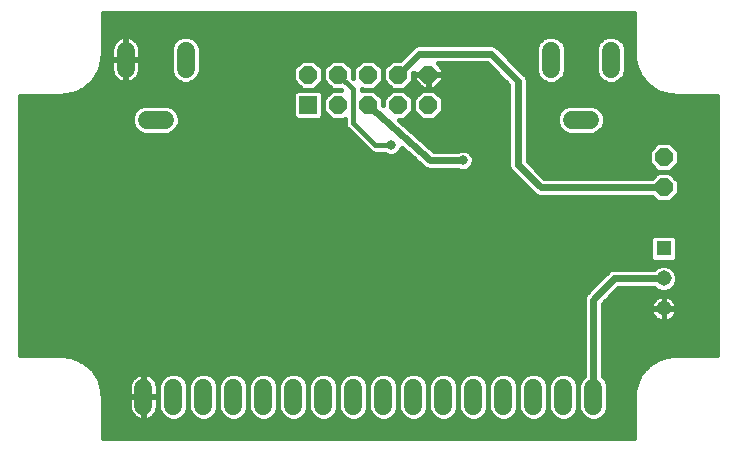
<source format=gbl>
G75*
G70*
%OFA0B0*%
%FSLAX24Y24*%
%IPPOS*%
%LPD*%
%AMOC8*
5,1,8,0,0,1.08239X$1,22.5*
%
%ADD10C,0.0600*%
%ADD11OC8,0.0600*%
%ADD12R,0.0600X0.0600*%
%ADD13R,0.0515X0.0515*%
%ADD14C,0.0515*%
%ADD15C,0.0160*%
%ADD16C,0.0320*%
%ADD17C,0.0240*%
D10*
X008705Y004691D02*
X008705Y005291D01*
X009705Y005291D02*
X009705Y004691D01*
X010705Y004691D02*
X010705Y005291D01*
X011705Y005291D02*
X011705Y004691D01*
X012705Y004691D02*
X012705Y005291D01*
X013705Y005291D02*
X013705Y004691D01*
X014705Y004691D02*
X014705Y005291D01*
X015705Y005291D02*
X015705Y004691D01*
X016705Y004691D02*
X016705Y005291D01*
X017705Y005291D02*
X017705Y004691D01*
X018705Y004691D02*
X018705Y005291D01*
X019705Y005291D02*
X019705Y004691D01*
X020705Y004691D02*
X020705Y005291D01*
X021705Y005291D02*
X021705Y004691D01*
X022705Y004691D02*
X022705Y005291D01*
X023705Y005291D02*
X023705Y004691D01*
X023592Y014228D02*
X022992Y014228D01*
X022292Y015928D02*
X022292Y016528D01*
X024292Y016528D02*
X024292Y015928D01*
X010119Y015928D02*
X010119Y016528D01*
X008119Y016528D02*
X008119Y015928D01*
X008819Y014228D02*
X009419Y014228D01*
D11*
X014205Y015728D03*
X015205Y015728D03*
X016205Y015728D03*
X017205Y015728D03*
X018205Y015728D03*
X018205Y014728D03*
X017205Y014728D03*
X016205Y014728D03*
X015205Y014728D03*
X026048Y012972D03*
X026048Y011972D03*
D12*
X014205Y014728D03*
D13*
X026048Y009929D03*
D14*
X026048Y008929D03*
X026048Y007929D03*
D15*
X007350Y004917D02*
X007350Y003617D01*
X025060Y003617D01*
X025060Y004917D01*
X025055Y004923D01*
X025060Y004999D01*
X025060Y005074D01*
X025066Y005080D01*
X025068Y005107D01*
X025059Y005121D01*
X025074Y005188D01*
X025079Y005256D01*
X025091Y005267D01*
X025099Y005302D01*
X025092Y005316D01*
X025116Y005381D01*
X025130Y005448D01*
X025144Y005456D01*
X025157Y005490D01*
X025152Y005505D01*
X025185Y005565D01*
X025209Y005630D01*
X025224Y005636D01*
X025241Y005667D01*
X025238Y005684D01*
X025279Y005738D01*
X025312Y005799D01*
X025328Y005803D01*
X025349Y005832D01*
X025349Y005848D01*
X025397Y005896D01*
X025439Y005951D01*
X025455Y005953D01*
X024025Y005953D01*
X024025Y005795D02*
X025310Y005795D01*
X025224Y005636D02*
X024068Y005636D01*
X024025Y005679D02*
X024129Y005575D01*
X024205Y005391D01*
X024205Y004592D01*
X024129Y004408D01*
X023989Y004268D01*
X023805Y004191D01*
X023606Y004191D01*
X023422Y004268D01*
X023281Y004408D01*
X023205Y004592D01*
X023205Y005391D01*
X023129Y005575D01*
X022989Y005715D01*
X022805Y005791D01*
X022606Y005791D01*
X022422Y005715D01*
X022281Y005575D01*
X022205Y005391D01*
X022129Y005575D01*
X021989Y005715D01*
X021805Y005791D01*
X021606Y005791D01*
X021422Y005715D01*
X021281Y005575D01*
X021205Y005391D01*
X021129Y005575D01*
X020989Y005715D01*
X020805Y005791D01*
X020606Y005791D01*
X020422Y005715D01*
X020281Y005575D01*
X020205Y005391D01*
X020129Y005575D01*
X019989Y005715D01*
X019805Y005791D01*
X019606Y005791D01*
X019422Y005715D01*
X019281Y005575D01*
X019205Y005391D01*
X019129Y005575D01*
X018989Y005715D01*
X018805Y005791D01*
X018606Y005791D01*
X018422Y005715D01*
X018281Y005575D01*
X018205Y005391D01*
X018129Y005575D01*
X017989Y005715D01*
X017805Y005791D01*
X017606Y005791D01*
X017422Y005715D01*
X017281Y005575D01*
X017205Y005391D01*
X017129Y005575D01*
X016989Y005715D01*
X016805Y005791D01*
X016606Y005791D01*
X016422Y005715D01*
X016281Y005575D01*
X016205Y005391D01*
X016129Y005575D01*
X015989Y005715D01*
X015805Y005791D01*
X015606Y005791D01*
X015422Y005715D01*
X015281Y005575D01*
X015205Y005391D01*
X015129Y005575D01*
X014989Y005715D01*
X014805Y005791D01*
X014606Y005791D01*
X014422Y005715D01*
X014281Y005575D01*
X014205Y005391D01*
X014129Y005575D01*
X013989Y005715D01*
X013805Y005791D01*
X013606Y005791D01*
X013422Y005715D01*
X013281Y005575D01*
X013205Y005391D01*
X013129Y005575D01*
X012989Y005715D01*
X012805Y005791D01*
X012606Y005791D01*
X012422Y005715D01*
X012281Y005575D01*
X012205Y005391D01*
X012129Y005575D01*
X011989Y005715D01*
X011805Y005791D01*
X011606Y005791D01*
X011422Y005715D01*
X011281Y005575D01*
X011205Y005391D01*
X011129Y005575D01*
X010989Y005715D01*
X010805Y005791D01*
X010606Y005791D01*
X010422Y005715D01*
X010281Y005575D01*
X010205Y005391D01*
X010129Y005575D01*
X009989Y005715D01*
X009805Y005791D01*
X009606Y005791D01*
X009422Y005715D01*
X009281Y005575D01*
X009205Y005391D01*
X009205Y004592D01*
X009281Y004408D01*
X009422Y004268D01*
X009606Y004191D01*
X009805Y004191D01*
X009989Y004268D01*
X010129Y004408D01*
X010205Y004592D01*
X010205Y005391D01*
X010205Y004592D01*
X010281Y004408D01*
X010422Y004268D01*
X010606Y004191D01*
X010805Y004191D01*
X010989Y004268D01*
X011129Y004408D01*
X011205Y004592D01*
X011205Y005391D01*
X011205Y004592D01*
X011281Y004408D01*
X011422Y004268D01*
X011606Y004191D01*
X011805Y004191D01*
X011989Y004268D01*
X012129Y004408D01*
X012205Y004592D01*
X012205Y005391D01*
X012205Y004592D01*
X012281Y004408D01*
X012422Y004268D01*
X012606Y004191D01*
X012805Y004191D01*
X012989Y004268D01*
X013129Y004408D01*
X013205Y004592D01*
X013205Y005391D01*
X013205Y004592D01*
X013281Y004408D01*
X013422Y004268D01*
X013606Y004191D01*
X013805Y004191D01*
X013989Y004268D01*
X014129Y004408D01*
X014205Y004592D01*
X014205Y005391D01*
X014205Y004592D01*
X014281Y004408D01*
X014422Y004268D01*
X014606Y004191D01*
X014805Y004191D01*
X014989Y004268D01*
X015129Y004408D01*
X015205Y004592D01*
X015205Y005391D01*
X015205Y004592D01*
X015281Y004408D01*
X015422Y004268D01*
X015606Y004191D01*
X015805Y004191D01*
X015989Y004268D01*
X016129Y004408D01*
X016205Y004592D01*
X016205Y005391D01*
X016205Y004592D01*
X016281Y004408D01*
X016422Y004268D01*
X016606Y004191D01*
X016805Y004191D01*
X016989Y004268D01*
X017129Y004408D01*
X017205Y004592D01*
X017205Y005391D01*
X017205Y004592D01*
X017281Y004408D01*
X017422Y004268D01*
X017606Y004191D01*
X017805Y004191D01*
X017989Y004268D01*
X018129Y004408D01*
X018205Y004592D01*
X018205Y005391D01*
X018205Y004592D01*
X018281Y004408D01*
X018422Y004268D01*
X018606Y004191D01*
X018805Y004191D01*
X018989Y004268D01*
X019129Y004408D01*
X019205Y004592D01*
X019205Y005391D01*
X019205Y004592D01*
X019281Y004408D01*
X019422Y004268D01*
X019606Y004191D01*
X019805Y004191D01*
X019989Y004268D01*
X020129Y004408D01*
X020205Y004592D01*
X020205Y005391D01*
X020205Y004592D01*
X020281Y004408D01*
X020422Y004268D01*
X020606Y004191D01*
X020805Y004191D01*
X020989Y004268D01*
X021129Y004408D01*
X021205Y004592D01*
X021205Y005391D01*
X021205Y004592D01*
X021281Y004408D01*
X021422Y004268D01*
X021606Y004191D01*
X021805Y004191D01*
X021989Y004268D01*
X022129Y004408D01*
X022205Y004592D01*
X022205Y005391D01*
X022205Y004592D01*
X022281Y004408D01*
X022422Y004268D01*
X022606Y004191D01*
X022805Y004191D01*
X022989Y004268D01*
X023129Y004408D01*
X023205Y004592D01*
X023205Y005391D01*
X023281Y005575D01*
X023385Y005679D01*
X023385Y008164D01*
X023385Y008291D01*
X023434Y008409D01*
X024135Y009110D01*
X024225Y009200D01*
X024342Y009248D01*
X025721Y009248D01*
X025789Y009316D01*
X025957Y009386D01*
X026139Y009386D01*
X026307Y009316D01*
X026436Y009188D01*
X026505Y009019D01*
X026505Y008837D01*
X026436Y008669D01*
X026307Y008541D01*
X026139Y008471D01*
X025957Y008471D01*
X025789Y008541D01*
X025721Y008609D01*
X024539Y008609D01*
X024025Y008095D01*
X024025Y005679D01*
X024169Y005478D02*
X025152Y005478D01*
X025093Y005319D02*
X024205Y005319D01*
X024205Y005161D02*
X025068Y005161D01*
X025060Y005002D02*
X024205Y005002D01*
X024205Y004844D02*
X025060Y004844D01*
X025060Y004685D02*
X024205Y004685D01*
X024178Y004526D02*
X025060Y004526D01*
X025060Y004368D02*
X024089Y004368D01*
X023848Y004209D02*
X025060Y004209D01*
X025060Y004051D02*
X007350Y004051D01*
X007350Y004209D02*
X009563Y004209D01*
X009848Y004209D02*
X010563Y004209D01*
X010848Y004209D02*
X011563Y004209D01*
X011848Y004209D02*
X012563Y004209D01*
X012848Y004209D02*
X013563Y004209D01*
X013848Y004209D02*
X014563Y004209D01*
X014848Y004209D02*
X015563Y004209D01*
X015848Y004209D02*
X016563Y004209D01*
X016848Y004209D02*
X017563Y004209D01*
X017848Y004209D02*
X018563Y004209D01*
X018848Y004209D02*
X019563Y004209D01*
X019848Y004209D02*
X020563Y004209D01*
X020848Y004209D02*
X021563Y004209D01*
X021848Y004209D02*
X022563Y004209D01*
X022848Y004209D02*
X023563Y004209D01*
X023322Y004368D02*
X023089Y004368D01*
X023178Y004526D02*
X023232Y004526D01*
X023205Y004685D02*
X023205Y004685D01*
X023205Y004844D02*
X023205Y004844D01*
X023205Y005002D02*
X023205Y005002D01*
X023205Y005161D02*
X023205Y005161D01*
X023205Y005319D02*
X023205Y005319D01*
X023169Y005478D02*
X023241Y005478D01*
X023343Y005636D02*
X023068Y005636D01*
X023385Y005795D02*
X007101Y005795D01*
X007099Y005799D02*
X007083Y005803D01*
X007062Y005832D01*
X007062Y005848D01*
X007013Y005896D01*
X006972Y005951D01*
X006956Y005953D01*
X023385Y005953D01*
X023385Y006112D02*
X006779Y006112D01*
X006781Y006105D02*
X006776Y006121D01*
X006716Y006154D01*
X006661Y006195D01*
X006645Y006193D01*
X006614Y006209D01*
X006607Y006224D01*
X006543Y006248D01*
X006483Y006281D01*
X006467Y006276D01*
X006434Y006289D01*
X006425Y006303D01*
X006358Y006317D01*
X006294Y006341D01*
X006279Y006334D01*
X006245Y006342D01*
X006234Y006354D01*
X006166Y006359D01*
X006099Y006374D01*
X006085Y006365D01*
X006058Y006367D01*
X006052Y006373D01*
X005976Y006373D01*
X005901Y006378D01*
X005895Y006373D01*
X004594Y006373D01*
X004594Y015028D01*
X005895Y015028D01*
X005901Y015022D01*
X005976Y015028D01*
X006052Y015028D01*
X006058Y015034D01*
X006085Y015036D01*
X006099Y015027D01*
X006166Y015041D01*
X006234Y015046D01*
X006245Y015058D01*
X006279Y015066D01*
X006294Y015059D01*
X006358Y015083D01*
X006425Y015098D01*
X006434Y015111D01*
X006467Y015124D01*
X006483Y015119D01*
X006543Y015152D01*
X006607Y015176D01*
X006614Y015191D01*
X006645Y015208D01*
X006661Y015205D01*
X006716Y015247D01*
X006776Y015279D01*
X006781Y015295D01*
X006809Y015316D01*
X006825Y015316D01*
X006874Y015365D01*
X006929Y015406D01*
X006931Y015422D01*
X006956Y015447D01*
X006972Y015449D01*
X007013Y015504D01*
X007062Y015552D01*
X007062Y015569D01*
X007083Y015597D01*
X007099Y015602D01*
X007131Y015662D01*
X007172Y015717D01*
X007170Y015733D01*
X007187Y015764D01*
X007202Y015771D01*
X007226Y015835D01*
X007259Y015895D01*
X007254Y015911D01*
X007266Y015944D01*
X007280Y015953D01*
X007295Y016020D01*
X007319Y016084D01*
X007312Y016099D01*
X007319Y016133D01*
X007332Y016144D01*
X007337Y016212D01*
X007351Y016279D01*
X007342Y016293D01*
X007344Y016320D01*
X007350Y016326D01*
X007350Y016402D01*
X007356Y016477D01*
X007350Y016483D01*
X007350Y017784D01*
X025060Y017784D01*
X025060Y016483D01*
X025055Y016477D01*
X025060Y016402D01*
X025060Y016326D01*
X025066Y016320D01*
X025068Y016293D01*
X025059Y016279D01*
X025074Y016212D01*
X025079Y016144D01*
X025091Y016133D01*
X025099Y016099D01*
X025092Y016084D01*
X025116Y016020D01*
X025130Y015953D01*
X025144Y015944D01*
X025157Y015911D01*
X025152Y015895D01*
X025185Y015835D01*
X025209Y015771D01*
X025224Y015764D01*
X025241Y015733D01*
X025238Y015717D01*
X025279Y015662D01*
X025312Y015602D01*
X025328Y015597D01*
X025349Y015569D01*
X025349Y015552D01*
X025397Y015504D01*
X025439Y015449D01*
X025455Y015447D01*
X025480Y015422D01*
X025482Y015406D01*
X025537Y015365D01*
X025585Y015316D01*
X025601Y015316D01*
X025630Y015295D01*
X025634Y015279D01*
X025695Y015247D01*
X025749Y015205D01*
X025766Y015208D01*
X025797Y015191D01*
X025803Y015176D01*
X025868Y015152D01*
X025928Y015119D01*
X025943Y015124D01*
X025977Y015111D01*
X025985Y015098D01*
X026052Y015083D01*
X026117Y015059D01*
X026131Y015066D01*
X026166Y015058D01*
X026177Y015046D01*
X026245Y015041D01*
X026312Y015027D01*
X026326Y015036D01*
X026353Y015034D01*
X026359Y015028D01*
X026434Y015028D01*
X026510Y015022D01*
X026516Y015028D01*
X027816Y015028D01*
X027816Y006373D01*
X026516Y006373D01*
X026510Y006378D01*
X026434Y006373D01*
X026359Y006373D01*
X026353Y006367D01*
X026326Y006365D01*
X026312Y006374D01*
X026245Y006359D01*
X026177Y006354D01*
X026166Y006342D01*
X026131Y006334D01*
X026117Y006341D01*
X026052Y006317D01*
X025985Y006303D01*
X025977Y006289D01*
X025943Y006276D01*
X025928Y006281D01*
X025868Y006248D01*
X025803Y006224D01*
X025797Y006209D01*
X025766Y006193D01*
X025749Y006195D01*
X025695Y006154D01*
X025634Y006121D01*
X025630Y006105D01*
X025601Y006084D01*
X025585Y006084D01*
X025537Y006036D01*
X025482Y005995D01*
X025480Y005978D01*
X025455Y005953D01*
X025632Y006112D02*
X024025Y006112D01*
X024025Y006270D02*
X025908Y006270D01*
X026013Y007491D02*
X025945Y007502D01*
X025880Y007523D01*
X025819Y007554D01*
X025763Y007595D01*
X025714Y007644D01*
X025674Y007699D01*
X025642Y007761D01*
X025621Y007826D01*
X025610Y007894D01*
X025610Y007928D01*
X026047Y007928D01*
X026047Y007929D01*
X025610Y007929D01*
X025610Y007963D01*
X025621Y008031D01*
X025642Y008096D01*
X025674Y008158D01*
X025714Y008213D01*
X025763Y008262D01*
X025819Y008303D01*
X025880Y008334D01*
X025945Y008355D01*
X026013Y008366D01*
X026048Y008366D01*
X026048Y007929D01*
X026048Y007929D01*
X026048Y008366D01*
X026082Y008366D01*
X026150Y008355D01*
X026216Y008334D01*
X026277Y008303D01*
X026333Y008262D01*
X026382Y008213D01*
X026422Y008158D01*
X026453Y008096D01*
X026475Y008031D01*
X026485Y007963D01*
X026485Y007929D01*
X026048Y007929D01*
X026048Y007928D01*
X026048Y007491D01*
X026082Y007491D01*
X026150Y007502D01*
X026216Y007523D01*
X026277Y007554D01*
X026333Y007595D01*
X026382Y007644D01*
X026422Y007699D01*
X026453Y007761D01*
X026475Y007826D01*
X026485Y007894D01*
X026485Y007928D01*
X026048Y007928D01*
X026048Y007928D01*
X026048Y007491D01*
X026013Y007491D01*
X026048Y007539D02*
X026048Y007539D01*
X026048Y007697D02*
X026048Y007697D01*
X026048Y007856D02*
X026048Y007856D01*
X026048Y008014D02*
X026048Y008014D01*
X026048Y008173D02*
X026048Y008173D01*
X026048Y008332D02*
X026048Y008332D01*
X026220Y008332D02*
X027816Y008332D01*
X027816Y008490D02*
X026185Y008490D01*
X025911Y008490D02*
X024420Y008490D01*
X024262Y008332D02*
X025875Y008332D01*
X025685Y008173D02*
X024103Y008173D01*
X024025Y008014D02*
X025619Y008014D01*
X025616Y007856D02*
X024025Y007856D01*
X024025Y007697D02*
X025675Y007697D01*
X025849Y007539D02*
X024025Y007539D01*
X024025Y007380D02*
X027816Y007380D01*
X027816Y007222D02*
X024025Y007222D01*
X024025Y007063D02*
X027816Y007063D01*
X027816Y006905D02*
X024025Y006905D01*
X024025Y006746D02*
X027816Y006746D01*
X027816Y006588D02*
X024025Y006588D01*
X024025Y006429D02*
X027816Y006429D01*
X027816Y007539D02*
X026247Y007539D01*
X026421Y007697D02*
X027816Y007697D01*
X027816Y007856D02*
X026479Y007856D01*
X026477Y008014D02*
X027816Y008014D01*
X027816Y008173D02*
X026411Y008173D01*
X026415Y008649D02*
X027816Y008649D01*
X027816Y008807D02*
X026493Y008807D01*
X026505Y008966D02*
X027816Y008966D01*
X027816Y009124D02*
X026462Y009124D01*
X026341Y009283D02*
X027816Y009283D01*
X027816Y009441D02*
X004594Y009441D01*
X004594Y009283D02*
X025755Y009283D01*
X025708Y009471D02*
X025590Y009588D01*
X025590Y010269D01*
X025708Y010386D01*
X026388Y010386D01*
X026505Y010269D01*
X026505Y009588D01*
X026388Y009471D01*
X025708Y009471D01*
X025590Y009600D02*
X004594Y009600D01*
X004594Y009758D02*
X025590Y009758D01*
X025590Y009917D02*
X004594Y009917D01*
X004594Y010076D02*
X025590Y010076D01*
X025590Y010234D02*
X004594Y010234D01*
X004594Y010393D02*
X027816Y010393D01*
X027816Y010551D02*
X004594Y010551D01*
X004594Y010710D02*
X027816Y010710D01*
X027816Y010868D02*
X004594Y010868D01*
X004594Y011027D02*
X027816Y011027D01*
X027816Y011185D02*
X004594Y011185D01*
X004594Y011344D02*
X027816Y011344D01*
X027816Y011502D02*
X026286Y011502D01*
X026255Y011472D02*
X026548Y011765D01*
X026548Y012179D01*
X026255Y012472D01*
X026548Y012765D01*
X026548Y013179D01*
X026255Y013472D01*
X025841Y013472D01*
X025548Y013179D01*
X025548Y012765D01*
X025841Y012472D01*
X026255Y012472D01*
X025841Y012472D01*
X025661Y012292D01*
X022078Y012292D01*
X021514Y012856D01*
X021514Y015580D01*
X021466Y015698D01*
X021376Y015788D01*
X021376Y015788D01*
X020566Y016598D01*
X020476Y016688D01*
X020358Y016737D01*
X017958Y016737D01*
X017831Y016737D01*
X017713Y016688D01*
X017253Y016228D01*
X016998Y016228D01*
X016705Y015935D01*
X016412Y016228D01*
X015998Y016228D01*
X015705Y015935D01*
X015412Y016228D01*
X014998Y016228D01*
X014705Y015935D01*
X014412Y016228D01*
X013998Y016228D01*
X013705Y015935D01*
X013705Y015521D01*
X013998Y015228D01*
X014412Y015228D01*
X014705Y015521D01*
X014705Y015935D01*
X014705Y015521D01*
X014998Y015228D01*
X015309Y015228D01*
X015309Y015228D01*
X014998Y015228D01*
X014705Y014935D01*
X014705Y014521D01*
X014998Y014228D01*
X015412Y014228D01*
X015424Y014240D01*
X015424Y014051D01*
X015467Y013948D01*
X015546Y013869D01*
X016282Y013133D01*
X016385Y013090D01*
X016496Y013090D01*
X016728Y013090D01*
X016753Y013065D01*
X016886Y013010D01*
X017029Y013010D01*
X017161Y013065D01*
X017262Y013166D01*
X017315Y013293D01*
X018043Y012634D01*
X018083Y012594D01*
X018091Y012591D01*
X018097Y012585D01*
X018149Y012567D01*
X018201Y012546D01*
X018209Y012546D01*
X018217Y012543D01*
X018273Y012546D01*
X019187Y012546D01*
X019283Y012506D01*
X019427Y012506D01*
X019559Y012560D01*
X019660Y012662D01*
X019715Y012794D01*
X019715Y012937D01*
X019660Y013069D01*
X019559Y013171D01*
X019427Y013225D01*
X019283Y013225D01*
X019187Y013185D01*
X018388Y013185D01*
X017235Y014228D01*
X017412Y014228D01*
X017705Y014521D01*
X017705Y014935D01*
X017412Y015228D01*
X017705Y015521D01*
X017705Y015775D01*
X017725Y015795D01*
X017725Y015748D01*
X018185Y015748D01*
X018185Y015708D01*
X017725Y015708D01*
X017725Y015529D01*
X018007Y015248D01*
X018185Y015248D01*
X018185Y015707D01*
X018225Y015707D01*
X018225Y015248D01*
X018404Y015248D01*
X018685Y015529D01*
X018685Y015708D01*
X018226Y015708D01*
X018226Y015748D01*
X018685Y015748D01*
X018685Y015926D01*
X018515Y016097D01*
X020162Y016097D01*
X020874Y015384D01*
X020874Y012659D01*
X020923Y012542D01*
X021013Y012452D01*
X021764Y011701D01*
X021882Y011652D01*
X022009Y011652D01*
X025661Y011652D01*
X025841Y011472D01*
X026255Y011472D01*
X026444Y011661D02*
X027816Y011661D01*
X027816Y011819D02*
X026548Y011819D01*
X026548Y011978D02*
X027816Y011978D01*
X027816Y012137D02*
X026548Y012137D01*
X026432Y012295D02*
X027816Y012295D01*
X027816Y012454D02*
X026273Y012454D01*
X026395Y012612D02*
X027816Y012612D01*
X027816Y012771D02*
X026548Y012771D01*
X026548Y012929D02*
X027816Y012929D01*
X027816Y013088D02*
X026548Y013088D01*
X026480Y013246D02*
X027816Y013246D01*
X027816Y013405D02*
X026322Y013405D01*
X025774Y013405D02*
X021514Y013405D01*
X021514Y013563D02*
X027816Y013563D01*
X027816Y013722D02*
X021514Y013722D01*
X021514Y013881D02*
X022632Y013881D01*
X022568Y013944D02*
X022709Y013804D01*
X022892Y013728D01*
X023691Y013728D01*
X023875Y013804D01*
X024016Y013944D01*
X024092Y014128D01*
X024092Y014327D01*
X024016Y014511D01*
X023875Y014652D01*
X023691Y014728D01*
X022892Y014728D01*
X022709Y014652D01*
X022568Y014511D01*
X022492Y014327D01*
X022492Y014128D01*
X022568Y013944D01*
X022529Y014039D02*
X021514Y014039D01*
X021514Y014198D02*
X022492Y014198D01*
X022504Y014356D02*
X021514Y014356D01*
X021514Y014515D02*
X022572Y014515D01*
X022761Y014673D02*
X021514Y014673D01*
X021514Y014832D02*
X027816Y014832D01*
X027816Y014990D02*
X021514Y014990D01*
X021514Y015149D02*
X025873Y015149D01*
X025613Y015307D02*
X021514Y015307D01*
X021514Y015466D02*
X022100Y015466D01*
X022009Y015504D02*
X022192Y015428D01*
X022391Y015428D01*
X022575Y015504D01*
X022716Y015644D01*
X022792Y015828D01*
X022792Y016627D01*
X022716Y016811D01*
X022575Y016952D01*
X022391Y017028D01*
X022192Y017028D01*
X022009Y016952D01*
X021868Y016811D01*
X021792Y016627D01*
X021792Y015828D01*
X021868Y015644D01*
X022009Y015504D01*
X021888Y015625D02*
X021496Y015625D01*
X021380Y015783D02*
X021811Y015783D01*
X021792Y015942D02*
X021222Y015942D01*
X021063Y016100D02*
X021792Y016100D01*
X021792Y016259D02*
X020905Y016259D01*
X020746Y016417D02*
X021792Y016417D01*
X021792Y016576D02*
X020588Y016576D01*
X020566Y016598D02*
X020566Y016598D01*
X020364Y016734D02*
X021836Y016734D01*
X021950Y016893D02*
X010461Y016893D01*
X010402Y016952D02*
X010543Y016811D01*
X010619Y016627D01*
X010619Y015828D01*
X010543Y015644D01*
X010402Y015504D01*
X010218Y015428D01*
X010019Y015428D01*
X009836Y015504D01*
X009695Y015644D01*
X009619Y015828D01*
X009619Y016627D01*
X009695Y016811D01*
X009836Y016952D01*
X010019Y017028D01*
X010218Y017028D01*
X010402Y016952D01*
X010574Y016734D02*
X017825Y016734D01*
X017601Y016576D02*
X010619Y016576D01*
X010619Y016417D02*
X017442Y016417D01*
X017284Y016259D02*
X010619Y016259D01*
X010619Y016100D02*
X013871Y016100D01*
X013712Y015942D02*
X010619Y015942D01*
X010600Y015783D02*
X013705Y015783D01*
X013705Y015625D02*
X010523Y015625D01*
X010311Y015466D02*
X013760Y015466D01*
X013919Y015307D02*
X006797Y015307D01*
X006985Y015466D02*
X007986Y015466D01*
X008006Y015460D02*
X008081Y015448D01*
X008099Y015448D01*
X008099Y016207D01*
X008139Y016207D01*
X008139Y015448D01*
X008156Y015448D01*
X008231Y015460D01*
X008303Y015483D01*
X008370Y015517D01*
X008431Y015562D01*
X008485Y015615D01*
X008529Y015676D01*
X008564Y015743D01*
X008587Y015815D01*
X008599Y015890D01*
X008599Y016208D01*
X008139Y016208D01*
X008139Y016248D01*
X008099Y016248D01*
X008099Y017008D01*
X008081Y017008D01*
X008006Y016996D01*
X007934Y016973D01*
X007867Y016938D01*
X007806Y016894D01*
X007753Y016840D01*
X007708Y016779D01*
X007674Y016712D01*
X007651Y016640D01*
X007639Y016565D01*
X007639Y016248D01*
X008098Y016248D01*
X008098Y016208D01*
X007639Y016208D01*
X007639Y015890D01*
X007651Y015815D01*
X007674Y015743D01*
X007708Y015676D01*
X007753Y015615D01*
X007806Y015562D01*
X007867Y015517D01*
X007934Y015483D01*
X008006Y015460D01*
X008099Y015466D02*
X008139Y015466D01*
X008251Y015466D02*
X009927Y015466D01*
X009715Y015625D02*
X008492Y015625D01*
X008576Y015783D02*
X009637Y015783D01*
X009619Y015942D02*
X008599Y015942D01*
X008599Y016100D02*
X009619Y016100D01*
X009619Y016259D02*
X008599Y016259D01*
X008599Y016248D02*
X008599Y016565D01*
X008587Y016640D01*
X008564Y016712D01*
X008529Y016779D01*
X008485Y016840D01*
X008431Y016894D01*
X008370Y016938D01*
X008303Y016973D01*
X008231Y016996D01*
X008156Y017008D01*
X008139Y017008D01*
X008139Y016248D01*
X008599Y016248D01*
X008599Y016417D02*
X009619Y016417D01*
X009619Y016576D02*
X008597Y016576D01*
X008552Y016734D02*
X009663Y016734D01*
X009777Y016893D02*
X008432Y016893D01*
X008139Y016893D02*
X008099Y016893D01*
X008099Y016734D02*
X008139Y016734D01*
X008139Y016576D02*
X008099Y016576D01*
X008099Y016417D02*
X008139Y016417D01*
X008139Y016259D02*
X008099Y016259D01*
X008099Y016100D02*
X008139Y016100D01*
X008139Y015942D02*
X008099Y015942D01*
X008099Y015783D02*
X008139Y015783D01*
X008139Y015625D02*
X008099Y015625D01*
X007746Y015625D02*
X007111Y015625D01*
X007206Y015783D02*
X007661Y015783D01*
X007639Y015942D02*
X007266Y015942D01*
X007312Y016100D02*
X007639Y016100D01*
X007639Y016259D02*
X007347Y016259D01*
X007351Y016417D02*
X007639Y016417D01*
X007640Y016576D02*
X007350Y016576D01*
X007350Y016734D02*
X007685Y016734D01*
X007805Y016893D02*
X007350Y016893D01*
X007350Y017051D02*
X025060Y017051D01*
X025060Y016893D02*
X024634Y016893D01*
X024575Y016952D02*
X024391Y017028D01*
X024192Y017028D01*
X024009Y016952D01*
X023868Y016811D01*
X023792Y016627D01*
X023792Y015828D01*
X023868Y015644D01*
X024009Y015504D01*
X024192Y015428D01*
X024391Y015428D01*
X024575Y015504D01*
X024716Y015644D01*
X024792Y015828D01*
X024792Y016627D01*
X024716Y016811D01*
X024575Y016952D01*
X024748Y016734D02*
X025060Y016734D01*
X025060Y016576D02*
X024792Y016576D01*
X024792Y016417D02*
X025059Y016417D01*
X025064Y016259D02*
X024792Y016259D01*
X024792Y016100D02*
X025098Y016100D01*
X025145Y015942D02*
X024792Y015942D01*
X024773Y015783D02*
X025204Y015783D01*
X025300Y015625D02*
X024696Y015625D01*
X024484Y015466D02*
X025426Y015466D01*
X024100Y015466D02*
X022484Y015466D01*
X022696Y015625D02*
X023888Y015625D01*
X023811Y015783D02*
X022773Y015783D01*
X022792Y015942D02*
X023792Y015942D01*
X023792Y016100D02*
X022792Y016100D01*
X022792Y016259D02*
X023792Y016259D01*
X023792Y016417D02*
X022792Y016417D01*
X022792Y016576D02*
X023792Y016576D01*
X023836Y016734D02*
X022748Y016734D01*
X022634Y016893D02*
X023950Y016893D01*
X025060Y017210D02*
X007350Y017210D01*
X007350Y017369D02*
X025060Y017369D01*
X025060Y017527D02*
X007350Y017527D01*
X007350Y017686D02*
X025060Y017686D01*
X020792Y015466D02*
X018622Y015466D01*
X018685Y015625D02*
X020634Y015625D01*
X020475Y015783D02*
X018685Y015783D01*
X018670Y015942D02*
X020317Y015942D01*
X020874Y015307D02*
X018464Y015307D01*
X018412Y015228D02*
X017998Y015228D01*
X017705Y014935D01*
X017705Y014521D01*
X017998Y014228D01*
X018412Y014228D01*
X018705Y014521D01*
X018705Y014935D01*
X018412Y015228D01*
X018491Y015149D02*
X020874Y015149D01*
X020874Y014990D02*
X018650Y014990D01*
X018705Y014832D02*
X020874Y014832D01*
X020874Y014673D02*
X018705Y014673D01*
X018699Y014515D02*
X020874Y014515D01*
X020874Y014356D02*
X018541Y014356D01*
X017870Y014356D02*
X017541Y014356D01*
X017699Y014515D02*
X017711Y014515D01*
X017705Y014673D02*
X017705Y014673D01*
X017705Y014832D02*
X017705Y014832D01*
X017650Y014990D02*
X017761Y014990D01*
X017919Y015149D02*
X017491Y015149D01*
X017412Y015228D02*
X016998Y015228D01*
X017412Y015228D01*
X017492Y015307D02*
X017947Y015307D01*
X017788Y015466D02*
X017651Y015466D01*
X017705Y015625D02*
X017725Y015625D01*
X017713Y015783D02*
X017725Y015783D01*
X018185Y015625D02*
X018225Y015625D01*
X018225Y015466D02*
X018185Y015466D01*
X018185Y015307D02*
X018225Y015307D01*
X016998Y015228D02*
X016705Y015521D01*
X016705Y015935D01*
X016705Y015521D01*
X016412Y015228D01*
X015998Y015228D01*
X015984Y015242D01*
X015984Y015214D01*
X015998Y015228D01*
X016412Y015228D01*
X016705Y014935D01*
X016705Y014707D01*
X016705Y014707D01*
X016705Y014935D01*
X016998Y015228D01*
X016919Y015149D02*
X016491Y015149D01*
X016492Y015307D02*
X016919Y015307D01*
X016760Y015466D02*
X016651Y015466D01*
X016705Y015625D02*
X016705Y015625D01*
X016705Y015783D02*
X016705Y015783D01*
X016699Y015942D02*
X016712Y015942D01*
X016871Y016100D02*
X016540Y016100D01*
X015871Y016100D02*
X015540Y016100D01*
X015699Y015942D02*
X015712Y015942D01*
X015705Y015935D02*
X015705Y015624D01*
X015705Y015624D01*
X015705Y015935D01*
X015705Y015783D02*
X015705Y015783D01*
X015705Y015625D02*
X015705Y015625D01*
X015704Y015229D02*
X015205Y015728D01*
X014871Y016100D02*
X014540Y016100D01*
X014699Y015942D02*
X014712Y015942D01*
X014705Y015783D02*
X014705Y015783D01*
X014705Y015625D02*
X014705Y015625D01*
X014651Y015466D02*
X014760Y015466D01*
X014919Y015307D02*
X014492Y015307D01*
X014588Y015228D02*
X014705Y015111D01*
X014705Y014345D01*
X014588Y014228D01*
X013822Y014228D01*
X013705Y014345D01*
X013705Y015111D01*
X013822Y015228D01*
X014588Y015228D01*
X014667Y015149D02*
X014919Y015149D01*
X014761Y014990D02*
X014705Y014990D01*
X014705Y014832D02*
X014705Y014832D01*
X014705Y014673D02*
X014705Y014673D01*
X014705Y014515D02*
X014711Y014515D01*
X014705Y014356D02*
X014870Y014356D01*
X015424Y014198D02*
X009919Y014198D01*
X009919Y014128D02*
X009919Y014327D01*
X009843Y014511D01*
X009702Y014652D01*
X009518Y014728D01*
X008719Y014728D01*
X008536Y014652D01*
X008395Y014511D01*
X008319Y014327D01*
X008319Y014128D01*
X008395Y013944D01*
X008536Y013804D01*
X008719Y013728D01*
X009518Y013728D01*
X009702Y013804D01*
X009843Y013944D01*
X009919Y014128D01*
X009882Y014039D02*
X015429Y014039D01*
X015534Y013881D02*
X009779Y013881D01*
X009907Y014356D02*
X013705Y014356D01*
X013705Y014515D02*
X009839Y014515D01*
X009650Y014673D02*
X013705Y014673D01*
X013705Y014832D02*
X004594Y014832D01*
X004594Y014990D02*
X013705Y014990D01*
X013744Y015149D02*
X006537Y015149D01*
X008331Y014356D02*
X004594Y014356D01*
X004594Y014198D02*
X008319Y014198D01*
X008356Y014039D02*
X004594Y014039D01*
X004594Y013881D02*
X008459Y013881D01*
X008399Y014515D02*
X004594Y014515D01*
X004594Y014673D02*
X008588Y014673D01*
X004594Y013722D02*
X015693Y013722D01*
X015852Y013563D02*
X004594Y013563D01*
X004594Y013405D02*
X016010Y013405D01*
X016169Y013246D02*
X004594Y013246D01*
X004594Y013088D02*
X016731Y013088D01*
X016957Y013370D02*
X016441Y013370D01*
X015704Y014107D01*
X015704Y015229D01*
X016650Y014990D02*
X016761Y014990D01*
X016705Y014832D02*
X016705Y014832D01*
X017268Y014198D02*
X020874Y014198D01*
X020874Y014039D02*
X017444Y014039D01*
X017619Y013881D02*
X020874Y013881D01*
X020874Y013722D02*
X017794Y013722D01*
X017970Y013563D02*
X020874Y013563D01*
X020874Y013405D02*
X018145Y013405D01*
X018320Y013246D02*
X020874Y013246D01*
X020874Y013088D02*
X019642Y013088D01*
X019715Y012929D02*
X020874Y012929D01*
X020874Y012771D02*
X019705Y012771D01*
X019611Y012612D02*
X020894Y012612D01*
X021011Y012454D02*
X004594Y012454D01*
X004594Y012612D02*
X018065Y012612D01*
X017892Y012771D02*
X004594Y012771D01*
X004594Y012929D02*
X017717Y012929D01*
X017542Y013088D02*
X017184Y013088D01*
X017296Y013246D02*
X017366Y013246D01*
X021170Y012295D02*
X004594Y012295D01*
X004594Y012137D02*
X021328Y012137D01*
X021487Y011978D02*
X004594Y011978D01*
X004594Y011819D02*
X021645Y011819D01*
X021860Y011661D02*
X004594Y011661D01*
X004594Y011502D02*
X025810Y011502D01*
X026046Y011972D02*
X026048Y011972D01*
X025664Y012295D02*
X022075Y012295D01*
X021916Y012454D02*
X025823Y012454D01*
X025700Y012612D02*
X021758Y012612D01*
X021599Y012771D02*
X025548Y012771D01*
X025548Y012929D02*
X021514Y012929D01*
X021514Y013088D02*
X025548Y013088D01*
X025615Y013246D02*
X021514Y013246D01*
X023952Y013881D02*
X027816Y013881D01*
X027816Y014039D02*
X024055Y014039D01*
X024092Y014198D02*
X027816Y014198D01*
X027816Y014356D02*
X024080Y014356D01*
X024012Y014515D02*
X027816Y014515D01*
X027816Y014673D02*
X023823Y014673D01*
X026505Y010234D02*
X027816Y010234D01*
X027816Y010076D02*
X026505Y010076D01*
X026505Y009917D02*
X027816Y009917D01*
X027816Y009758D02*
X026505Y009758D01*
X026505Y009600D02*
X027816Y009600D01*
X024149Y009124D02*
X004594Y009124D01*
X004594Y008966D02*
X023991Y008966D01*
X023832Y008807D02*
X004594Y008807D01*
X004594Y008649D02*
X023674Y008649D01*
X023515Y008490D02*
X004594Y008490D01*
X004594Y008332D02*
X023402Y008332D01*
X023385Y008173D02*
X004594Y008173D01*
X004594Y008014D02*
X023385Y008014D01*
X023385Y007856D02*
X004594Y007856D01*
X004594Y007697D02*
X023385Y007697D01*
X023385Y007539D02*
X004594Y007539D01*
X004594Y007380D02*
X023385Y007380D01*
X023385Y007222D02*
X004594Y007222D01*
X004594Y007063D02*
X023385Y007063D01*
X023385Y006905D02*
X004594Y006905D01*
X004594Y006746D02*
X023385Y006746D01*
X023385Y006588D02*
X004594Y006588D01*
X004594Y006429D02*
X023385Y006429D01*
X023385Y006270D02*
X006502Y006270D01*
X006781Y006105D02*
X006809Y006084D01*
X006825Y006084D01*
X006874Y006036D01*
X006929Y005995D01*
X006931Y005978D01*
X006956Y005953D01*
X007099Y005799D02*
X007131Y005738D01*
X007172Y005684D01*
X007170Y005667D01*
X007187Y005636D01*
X007202Y005630D01*
X007226Y005565D01*
X007259Y005505D01*
X007254Y005490D01*
X007266Y005456D01*
X007280Y005448D01*
X007295Y005381D01*
X007319Y005316D01*
X007312Y005302D01*
X007319Y005267D01*
X007332Y005256D01*
X007337Y005188D01*
X007351Y005121D01*
X007342Y005107D01*
X007344Y005080D01*
X007350Y005074D01*
X007350Y004999D01*
X007356Y004923D01*
X007350Y004917D01*
X007350Y004844D02*
X008225Y004844D01*
X008225Y004971D02*
X008225Y004654D01*
X008237Y004579D01*
X008261Y004507D01*
X008295Y004440D01*
X008339Y004379D01*
X008393Y004325D01*
X008454Y004281D01*
X008521Y004247D01*
X008593Y004223D01*
X008668Y004211D01*
X008685Y004211D01*
X008685Y004971D01*
X008725Y004971D01*
X008725Y004211D01*
X008743Y004211D01*
X008818Y004223D01*
X008890Y004247D01*
X008957Y004281D01*
X009018Y004325D01*
X009071Y004379D01*
X009116Y004440D01*
X009150Y004507D01*
X009174Y004579D01*
X009185Y004654D01*
X009185Y004971D01*
X008726Y004971D01*
X008726Y005011D01*
X009185Y005011D01*
X009185Y005329D01*
X009174Y005404D01*
X009150Y005476D01*
X009116Y005543D01*
X009071Y005604D01*
X009018Y005658D01*
X008957Y005702D01*
X008890Y005736D01*
X008818Y005760D01*
X008743Y005771D01*
X008725Y005771D01*
X008725Y005012D01*
X008685Y005012D01*
X008685Y005771D01*
X008668Y005771D01*
X008593Y005760D01*
X008521Y005736D01*
X008454Y005702D01*
X008393Y005658D01*
X008339Y005604D01*
X008295Y005543D01*
X008261Y005476D01*
X008237Y005404D01*
X008225Y005329D01*
X008225Y005011D01*
X008685Y005011D01*
X008685Y004971D01*
X008225Y004971D01*
X008225Y005161D02*
X007343Y005161D01*
X007350Y005002D02*
X008685Y005002D01*
X008726Y005002D02*
X009205Y005002D01*
X009205Y004844D02*
X009185Y004844D01*
X009185Y004685D02*
X009205Y004685D01*
X009232Y004526D02*
X009156Y004526D01*
X009061Y004368D02*
X009322Y004368D01*
X008725Y004368D02*
X008685Y004368D01*
X008685Y004526D02*
X008725Y004526D01*
X008725Y004685D02*
X008685Y004685D01*
X008685Y004844D02*
X008725Y004844D01*
X008254Y004526D02*
X007350Y004526D01*
X007350Y004368D02*
X008350Y004368D01*
X008225Y004685D02*
X007350Y004685D01*
X007318Y005319D02*
X008225Y005319D01*
X008262Y005478D02*
X007259Y005478D01*
X007187Y005636D02*
X008371Y005636D01*
X008685Y005636D02*
X008725Y005636D01*
X008725Y005478D02*
X008685Y005478D01*
X008685Y005319D02*
X008725Y005319D01*
X008725Y005161D02*
X008685Y005161D01*
X009185Y005161D02*
X009205Y005161D01*
X009205Y005319D02*
X009185Y005319D01*
X009149Y005478D02*
X009241Y005478D01*
X009343Y005636D02*
X009039Y005636D01*
X010068Y005636D02*
X010343Y005636D01*
X010241Y005478D02*
X010169Y005478D01*
X010205Y005319D02*
X010205Y005319D01*
X010205Y005161D02*
X010205Y005161D01*
X010205Y005002D02*
X010205Y005002D01*
X010205Y004844D02*
X010205Y004844D01*
X010205Y004685D02*
X010205Y004685D01*
X010178Y004526D02*
X010232Y004526D01*
X010322Y004368D02*
X010089Y004368D01*
X011089Y004368D02*
X011322Y004368D01*
X011232Y004526D02*
X011178Y004526D01*
X011205Y004685D02*
X011205Y004685D01*
X011205Y004844D02*
X011205Y004844D01*
X011205Y005002D02*
X011205Y005002D01*
X011205Y005161D02*
X011205Y005161D01*
X011205Y005319D02*
X011205Y005319D01*
X011169Y005478D02*
X011241Y005478D01*
X011343Y005636D02*
X011068Y005636D01*
X012068Y005636D02*
X012343Y005636D01*
X012241Y005478D02*
X012169Y005478D01*
X012205Y005319D02*
X012205Y005319D01*
X012205Y005161D02*
X012205Y005161D01*
X012205Y005002D02*
X012205Y005002D01*
X012205Y004844D02*
X012205Y004844D01*
X012205Y004685D02*
X012205Y004685D01*
X012178Y004526D02*
X012232Y004526D01*
X012322Y004368D02*
X012089Y004368D01*
X013089Y004368D02*
X013322Y004368D01*
X013232Y004526D02*
X013178Y004526D01*
X013205Y004685D02*
X013205Y004685D01*
X013205Y004844D02*
X013205Y004844D01*
X013205Y005002D02*
X013205Y005002D01*
X013205Y005161D02*
X013205Y005161D01*
X013205Y005319D02*
X013205Y005319D01*
X013169Y005478D02*
X013241Y005478D01*
X013343Y005636D02*
X013068Y005636D01*
X014068Y005636D02*
X014343Y005636D01*
X014241Y005478D02*
X014169Y005478D01*
X014205Y005319D02*
X014205Y005319D01*
X014205Y005161D02*
X014205Y005161D01*
X014205Y005002D02*
X014205Y005002D01*
X014205Y004844D02*
X014205Y004844D01*
X014205Y004685D02*
X014205Y004685D01*
X014178Y004526D02*
X014232Y004526D01*
X014322Y004368D02*
X014089Y004368D01*
X015089Y004368D02*
X015322Y004368D01*
X015232Y004526D02*
X015178Y004526D01*
X015205Y004685D02*
X015205Y004685D01*
X015205Y004844D02*
X015205Y004844D01*
X015205Y005002D02*
X015205Y005002D01*
X015205Y005161D02*
X015205Y005161D01*
X015205Y005319D02*
X015205Y005319D01*
X015169Y005478D02*
X015241Y005478D01*
X015343Y005636D02*
X015068Y005636D01*
X016068Y005636D02*
X016343Y005636D01*
X016241Y005478D02*
X016169Y005478D01*
X016205Y005319D02*
X016205Y005319D01*
X016205Y005161D02*
X016205Y005161D01*
X016205Y005002D02*
X016205Y005002D01*
X016205Y004844D02*
X016205Y004844D01*
X016205Y004685D02*
X016205Y004685D01*
X016178Y004526D02*
X016232Y004526D01*
X016322Y004368D02*
X016089Y004368D01*
X017089Y004368D02*
X017322Y004368D01*
X017232Y004526D02*
X017178Y004526D01*
X017205Y004685D02*
X017205Y004685D01*
X017205Y004844D02*
X017205Y004844D01*
X017205Y005002D02*
X017205Y005002D01*
X017205Y005161D02*
X017205Y005161D01*
X017205Y005319D02*
X017205Y005319D01*
X017169Y005478D02*
X017241Y005478D01*
X017343Y005636D02*
X017068Y005636D01*
X018068Y005636D02*
X018343Y005636D01*
X018241Y005478D02*
X018169Y005478D01*
X018205Y005319D02*
X018205Y005319D01*
X018205Y005161D02*
X018205Y005161D01*
X018205Y005002D02*
X018205Y005002D01*
X018205Y004844D02*
X018205Y004844D01*
X018205Y004685D02*
X018205Y004685D01*
X018178Y004526D02*
X018232Y004526D01*
X018322Y004368D02*
X018089Y004368D01*
X019089Y004368D02*
X019322Y004368D01*
X019232Y004526D02*
X019178Y004526D01*
X019205Y004685D02*
X019205Y004685D01*
X019205Y004844D02*
X019205Y004844D01*
X019205Y005002D02*
X019205Y005002D01*
X019205Y005161D02*
X019205Y005161D01*
X019205Y005319D02*
X019205Y005319D01*
X019169Y005478D02*
X019241Y005478D01*
X019343Y005636D02*
X019068Y005636D01*
X020068Y005636D02*
X020343Y005636D01*
X020241Y005478D02*
X020169Y005478D01*
X020205Y005319D02*
X020205Y005319D01*
X020205Y005161D02*
X020205Y005161D01*
X020205Y005002D02*
X020205Y005002D01*
X020205Y004844D02*
X020205Y004844D01*
X020205Y004685D02*
X020205Y004685D01*
X020178Y004526D02*
X020232Y004526D01*
X020322Y004368D02*
X020089Y004368D01*
X021089Y004368D02*
X021322Y004368D01*
X021232Y004526D02*
X021178Y004526D01*
X021205Y004685D02*
X021205Y004685D01*
X021205Y004844D02*
X021205Y004844D01*
X021205Y005002D02*
X021205Y005002D01*
X021205Y005161D02*
X021205Y005161D01*
X021205Y005319D02*
X021205Y005319D01*
X021169Y005478D02*
X021241Y005478D01*
X021343Y005636D02*
X021068Y005636D01*
X022068Y005636D02*
X022343Y005636D01*
X022241Y005478D02*
X022169Y005478D01*
X022205Y005319D02*
X022205Y005319D01*
X022205Y005161D02*
X022205Y005161D01*
X022205Y005002D02*
X022205Y005002D01*
X022205Y004844D02*
X022205Y004844D01*
X022205Y004685D02*
X022205Y004685D01*
X022178Y004526D02*
X022232Y004526D01*
X022322Y004368D02*
X022089Y004368D01*
X025060Y003892D02*
X007350Y003892D01*
X007350Y003734D02*
X025060Y003734D01*
D16*
X018449Y009375D03*
X019146Y010381D03*
X016877Y010450D03*
X013652Y009519D03*
X015499Y007202D03*
X019355Y012866D03*
X020224Y013009D03*
X020508Y014961D03*
X017946Y017256D03*
X014693Y017237D03*
X011562Y015765D03*
X014715Y013887D03*
X015693Y013411D03*
X016957Y013370D03*
X011588Y012932D03*
X025483Y014543D03*
D17*
X026046Y011972D02*
X021946Y011972D01*
X021194Y012723D01*
X021194Y015517D01*
X020294Y016417D01*
X017894Y016417D01*
X017205Y015728D01*
X016205Y014728D02*
X018264Y012866D01*
X019355Y012866D01*
X023705Y008228D02*
X024406Y008929D01*
X026048Y008929D01*
X023705Y008228D02*
X023705Y004991D01*
M02*

</source>
